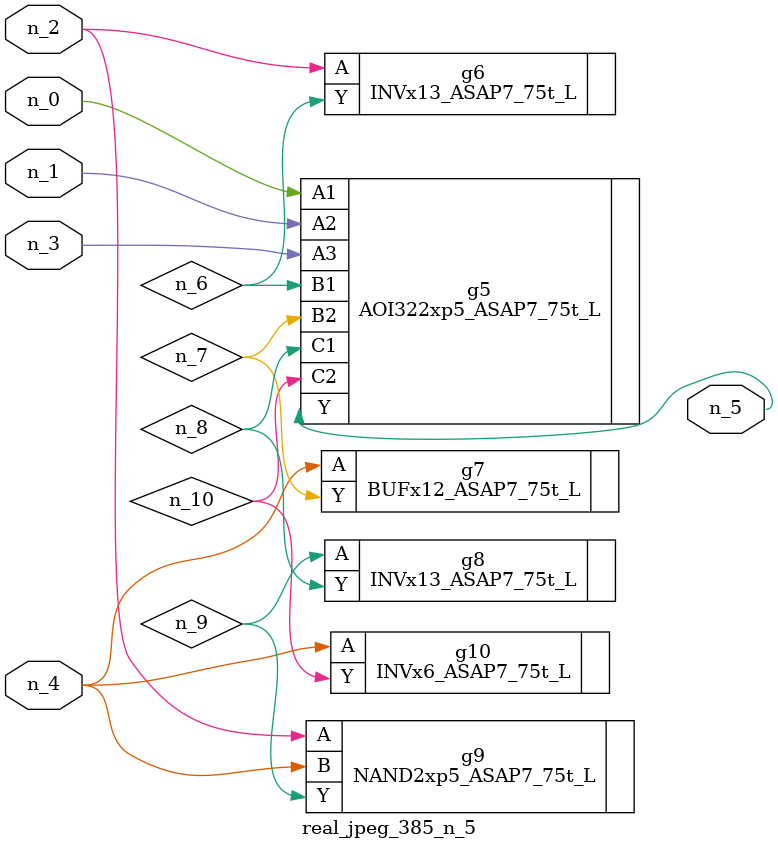
<source format=v>
module real_jpeg_385_n_5 (n_4, n_0, n_1, n_2, n_3, n_5);

input n_4;
input n_0;
input n_1;
input n_2;
input n_3;

output n_5;

wire n_8;
wire n_6;
wire n_7;
wire n_10;
wire n_9;

AOI322xp5_ASAP7_75t_L g5 ( 
.A1(n_0),
.A2(n_1),
.A3(n_3),
.B1(n_6),
.B2(n_7),
.C1(n_8),
.C2(n_10),
.Y(n_5)
);

INVx13_ASAP7_75t_L g6 ( 
.A(n_2),
.Y(n_6)
);

NAND2xp5_ASAP7_75t_L g9 ( 
.A(n_2),
.B(n_4),
.Y(n_9)
);

BUFx12_ASAP7_75t_L g7 ( 
.A(n_4),
.Y(n_7)
);

INVx6_ASAP7_75t_L g10 ( 
.A(n_4),
.Y(n_10)
);

INVx13_ASAP7_75t_L g8 ( 
.A(n_9),
.Y(n_8)
);


endmodule
</source>
